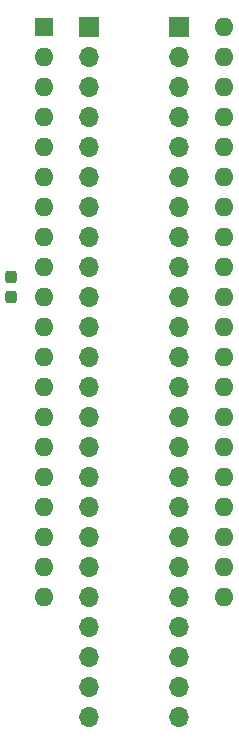
<source format=gbr>
G04 #@! TF.GenerationSoftware,KiCad,Pcbnew,8.0.4+dfsg-1*
G04 #@! TF.CreationDate,2025-02-23T17:23:11+09:00*
G04 #@! TF.ProjectId,bionic-tms9995,62696f6e-6963-42d7-946d-73393939352e,2*
G04 #@! TF.SameCoordinates,Original*
G04 #@! TF.FileFunction,Soldermask,Bot*
G04 #@! TF.FilePolarity,Negative*
%FSLAX46Y46*%
G04 Gerber Fmt 4.6, Leading zero omitted, Abs format (unit mm)*
G04 Created by KiCad (PCBNEW 8.0.4+dfsg-1) date 2025-02-23 17:23:11*
%MOMM*%
%LPD*%
G01*
G04 APERTURE LIST*
G04 Aperture macros list*
%AMRoundRect*
0 Rectangle with rounded corners*
0 $1 Rounding radius*
0 $2 $3 $4 $5 $6 $7 $8 $9 X,Y pos of 4 corners*
0 Add a 4 corners polygon primitive as box body*
4,1,4,$2,$3,$4,$5,$6,$7,$8,$9,$2,$3,0*
0 Add four circle primitives for the rounded corners*
1,1,$1+$1,$2,$3*
1,1,$1+$1,$4,$5*
1,1,$1+$1,$6,$7*
1,1,$1+$1,$8,$9*
0 Add four rect primitives between the rounded corners*
20,1,$1+$1,$2,$3,$4,$5,0*
20,1,$1+$1,$4,$5,$6,$7,0*
20,1,$1+$1,$6,$7,$8,$9,0*
20,1,$1+$1,$8,$9,$2,$3,0*%
G04 Aperture macros list end*
%ADD10R,1.600000X1.600000*%
%ADD11O,1.600000X1.600000*%
%ADD12O,1.700000X1.700000*%
%ADD13R,1.700000X1.700000*%
%ADD14RoundRect,0.237500X0.237500X-0.300000X0.237500X0.300000X-0.237500X0.300000X-0.237500X-0.300000X0*%
G04 APERTURE END LIST*
D10*
X106080000Y-75080000D03*
D11*
X106080000Y-77620000D03*
X106080000Y-80160000D03*
X106080000Y-82700000D03*
X106080000Y-85240000D03*
X106080000Y-87780000D03*
X106080000Y-90320000D03*
X106080000Y-92860000D03*
X106080000Y-95400000D03*
X106080000Y-97940000D03*
X106080000Y-100480000D03*
X106080000Y-103020000D03*
X106080000Y-105560000D03*
X106080000Y-108100000D03*
X106080000Y-110640000D03*
X106080000Y-113180000D03*
X106080000Y-115720000D03*
X106080000Y-118260000D03*
X106080000Y-120800000D03*
X106080000Y-123340000D03*
X121320000Y-123340000D03*
X121320000Y-120800000D03*
X121320000Y-118260000D03*
X121320000Y-115720000D03*
X121320000Y-113180000D03*
X121320000Y-110640000D03*
X121320000Y-108100000D03*
X121320000Y-105560000D03*
X121320000Y-103020000D03*
X121320000Y-100480000D03*
X121320000Y-97940000D03*
X121320000Y-95400000D03*
X121320000Y-92860000D03*
X121320000Y-90320000D03*
X121320000Y-87780000D03*
X121320000Y-85240000D03*
X121320000Y-82700000D03*
X121320000Y-80160000D03*
X121320000Y-77620000D03*
X121320000Y-75080000D03*
D12*
X117510000Y-133500000D03*
X117510000Y-130960000D03*
X117510000Y-128420000D03*
X117510000Y-125880000D03*
X117510000Y-123340000D03*
X117510000Y-120800000D03*
X117510000Y-118260000D03*
X117510000Y-115720000D03*
X117510000Y-113180000D03*
X117510000Y-110640000D03*
X117510000Y-108100000D03*
X117510000Y-105560000D03*
X117510000Y-103020000D03*
X117510000Y-100480000D03*
X117510000Y-97940000D03*
X117510000Y-95400000D03*
X117510000Y-92860000D03*
X117510000Y-90320000D03*
X117510000Y-87780000D03*
X117510000Y-85240000D03*
X117510000Y-82700000D03*
X117510000Y-80160000D03*
X117510000Y-77620000D03*
D13*
X117510000Y-75080000D03*
X109890000Y-75080000D03*
D12*
X109890000Y-77620000D03*
X109890000Y-80160000D03*
X109890000Y-82700000D03*
X109890000Y-85240000D03*
X109890000Y-87780000D03*
X109890000Y-90320000D03*
X109890000Y-92860000D03*
X109890000Y-95400000D03*
X109890000Y-97940000D03*
X109890000Y-100480000D03*
X109890000Y-103020000D03*
X109890000Y-105560000D03*
X109890000Y-108100000D03*
X109890000Y-110640000D03*
X109890000Y-113180000D03*
X109890000Y-115720000D03*
X109890000Y-118260000D03*
X109890000Y-120800000D03*
X109890000Y-123340000D03*
X109890000Y-125880000D03*
X109890000Y-128420000D03*
X109890000Y-130960000D03*
X109890000Y-133500000D03*
D14*
X103336800Y-97938900D03*
X103336800Y-96213900D03*
M02*

</source>
